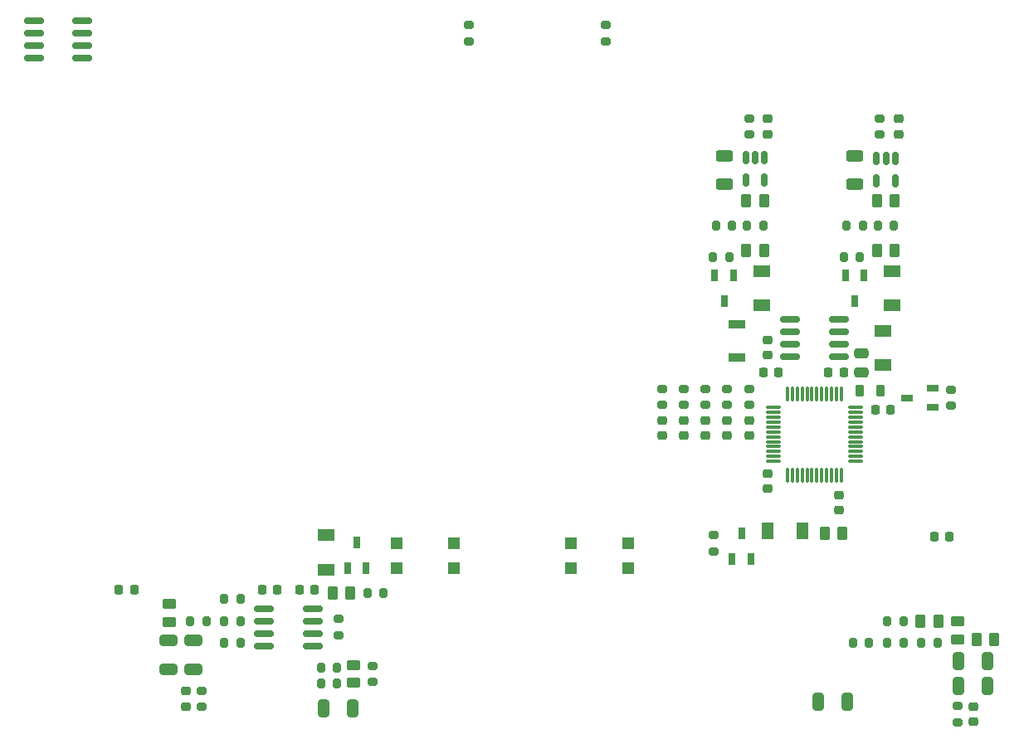
<source format=gbr>
%TF.GenerationSoftware,KiCad,Pcbnew,(6.0.0-0)*%
%TF.CreationDate,2022-01-15T16:46:18+01:00*%
%TF.ProjectId,Power-Supply-2,506f7765-722d-4537-9570-706c792d322e,1*%
%TF.SameCoordinates,Original*%
%TF.FileFunction,Paste,Top*%
%TF.FilePolarity,Positive*%
%FSLAX46Y46*%
G04 Gerber Fmt 4.6, Leading zero omitted, Abs format (unit mm)*
G04 Created by KiCad (PCBNEW (6.0.0-0)) date 2022-01-15 16:46:18*
%MOMM*%
%LPD*%
G01*
G04 APERTURE LIST*
G04 Aperture macros list*
%AMRoundRect*
0 Rectangle with rounded corners*
0 $1 Rounding radius*
0 $2 $3 $4 $5 $6 $7 $8 $9 X,Y pos of 4 corners*
0 Add a 4 corners polygon primitive as box body*
4,1,4,$2,$3,$4,$5,$6,$7,$8,$9,$2,$3,0*
0 Add four circle primitives for the rounded corners*
1,1,$1+$1,$2,$3*
1,1,$1+$1,$4,$5*
1,1,$1+$1,$6,$7*
1,1,$1+$1,$8,$9*
0 Add four rect primitives between the rounded corners*
20,1,$1+$1,$2,$3,$4,$5,0*
20,1,$1+$1,$4,$5,$6,$7,0*
20,1,$1+$1,$6,$7,$8,$9,0*
20,1,$1+$1,$8,$9,$2,$3,0*%
G04 Aperture macros list end*
%ADD10RoundRect,0.200000X-0.200000X-0.275000X0.200000X-0.275000X0.200000X0.275000X-0.200000X0.275000X0*%
%ADD11RoundRect,0.200000X0.200000X0.275000X-0.200000X0.275000X-0.200000X-0.275000X0.200000X-0.275000X0*%
%ADD12RoundRect,0.200000X0.275000X-0.200000X0.275000X0.200000X-0.275000X0.200000X-0.275000X-0.200000X0*%
%ADD13RoundRect,0.225000X-0.250000X0.225000X-0.250000X-0.225000X0.250000X-0.225000X0.250000X0.225000X0*%
%ADD14RoundRect,0.225000X0.250000X-0.225000X0.250000X0.225000X-0.250000X0.225000X-0.250000X-0.225000X0*%
%ADD15RoundRect,0.200000X-0.275000X0.200000X-0.275000X-0.200000X0.275000X-0.200000X0.275000X0.200000X0*%
%ADD16RoundRect,0.225000X-0.225000X-0.250000X0.225000X-0.250000X0.225000X0.250000X-0.225000X0.250000X0*%
%ADD17RoundRect,0.225000X0.225000X0.250000X-0.225000X0.250000X-0.225000X-0.250000X0.225000X-0.250000X0*%
%ADD18RoundRect,0.218750X0.256250X-0.218750X0.256250X0.218750X-0.256250X0.218750X-0.256250X-0.218750X0*%
%ADD19RoundRect,0.250000X-0.650000X0.325000X-0.650000X-0.325000X0.650000X-0.325000X0.650000X0.325000X0*%
%ADD20RoundRect,0.250000X-0.450000X0.262500X-0.450000X-0.262500X0.450000X-0.262500X0.450000X0.262500X0*%
%ADD21RoundRect,0.250000X-0.262500X-0.450000X0.262500X-0.450000X0.262500X0.450000X-0.262500X0.450000X0*%
%ADD22RoundRect,0.075000X-0.075000X0.662500X-0.075000X-0.662500X0.075000X-0.662500X0.075000X0.662500X0*%
%ADD23RoundRect,0.075000X-0.662500X0.075000X-0.662500X-0.075000X0.662500X-0.075000X0.662500X0.075000X0*%
%ADD24RoundRect,0.250000X-0.325000X-0.650000X0.325000X-0.650000X0.325000X0.650000X-0.325000X0.650000X0*%
%ADD25RoundRect,0.250000X0.325000X0.650000X-0.325000X0.650000X-0.325000X-0.650000X0.325000X-0.650000X0*%
%ADD26R,1.700000X1.300000*%
%ADD27R,1.300000X1.700000*%
%ADD28RoundRect,0.250000X0.262500X0.450000X-0.262500X0.450000X-0.262500X-0.450000X0.262500X-0.450000X0*%
%ADD29RoundRect,0.150000X-0.825000X-0.150000X0.825000X-0.150000X0.825000X0.150000X-0.825000X0.150000X0*%
%ADD30R,0.650000X1.220000*%
%ADD31R,1.200000X1.200000*%
%ADD32RoundRect,0.150000X-0.150000X0.512500X-0.150000X-0.512500X0.150000X-0.512500X0.150000X0.512500X0*%
%ADD33R,1.220000X0.650000*%
%ADD34RoundRect,0.250000X0.475000X-0.250000X0.475000X0.250000X-0.475000X0.250000X-0.475000X-0.250000X0*%
%ADD35R,1.700000X0.900000*%
%ADD36RoundRect,0.250000X0.625000X-0.312500X0.625000X0.312500X-0.625000X0.312500X-0.625000X-0.312500X0*%
%ADD37RoundRect,0.150000X0.825000X0.150000X-0.825000X0.150000X-0.825000X-0.150000X0.825000X-0.150000X0*%
%ADD38RoundRect,0.218750X-0.218750X-0.381250X0.218750X-0.381250X0.218750X0.381250X-0.218750X0.381250X0*%
G04 APERTURE END LIST*
D10*
%TO.C,R45*%
X173622500Y-132067500D03*
X175272500Y-132067500D03*
%TD*%
D11*
%TO.C,R35*%
X228612500Y-88570000D03*
X226962500Y-88570000D03*
%TD*%
%TO.C,R24*%
X215595000Y-85395000D03*
X213945000Y-85395000D03*
%TD*%
%TO.C,R40*%
X215277500Y-88570000D03*
X213627500Y-88570000D03*
%TD*%
%TO.C,R33*%
X228930000Y-85395000D03*
X227280000Y-85395000D03*
%TD*%
%TO.C,R32*%
X232105000Y-85395000D03*
X230455000Y-85395000D03*
%TD*%
D12*
%TO.C,R30*%
X230645000Y-76060000D03*
X230645000Y-74410000D03*
%TD*%
D11*
%TO.C,R21*%
X218770000Y-85395000D03*
X217120000Y-85395000D03*
%TD*%
D12*
%TO.C,R19*%
X217310000Y-76060000D03*
X217310000Y-74410000D03*
%TD*%
D13*
%TO.C,C29*%
X219215000Y-97002500D03*
X219215000Y-98552500D03*
%TD*%
D14*
%TO.C,C28*%
X232550000Y-76010000D03*
X232550000Y-74460000D03*
%TD*%
%TO.C,C11*%
X219215000Y-76010000D03*
X219215000Y-74460000D03*
%TD*%
%TO.C,C8*%
X159842500Y-134430000D03*
X159842500Y-132880000D03*
%TD*%
D15*
%TO.C,R28*%
X175400000Y-125527500D03*
X175400000Y-127177500D03*
%TD*%
D10*
%TO.C,R27*%
X163780000Y-123495000D03*
X165430000Y-123495000D03*
%TD*%
%TO.C,R25*%
X163780000Y-125717500D03*
X165430000Y-125717500D03*
%TD*%
%TO.C,R23*%
X178385000Y-122860000D03*
X180035000Y-122860000D03*
%TD*%
%TO.C,R18*%
X163780000Y-127940000D03*
X165430000Y-127940000D03*
%TD*%
D12*
%TO.C,R17*%
X161430000Y-132830000D03*
X161430000Y-134480000D03*
%TD*%
D10*
%TO.C,R12*%
X160287500Y-125717500D03*
X161937500Y-125717500D03*
%TD*%
D12*
%TO.C,R10*%
X178892500Y-131940000D03*
X178892500Y-130290000D03*
%TD*%
D11*
%TO.C,R8*%
X175272500Y-130480000D03*
X173622500Y-130480000D03*
%TD*%
D16*
%TO.C,C22*%
X167640000Y-122542500D03*
X169190000Y-122542500D03*
%TD*%
%TO.C,C21*%
X171450000Y-122542500D03*
X173000000Y-122542500D03*
%TD*%
D17*
%TO.C,C20*%
X154585000Y-122542500D03*
X153035000Y-122542500D03*
%TD*%
D12*
%TO.C,R16*%
X213692500Y-118605000D03*
X213692500Y-116955000D03*
%TD*%
D11*
%TO.C,R11*%
X233057500Y-125717500D03*
X231407500Y-125717500D03*
%TD*%
%TO.C,R6*%
X233057500Y-127940000D03*
X231407500Y-127940000D03*
%TD*%
D12*
%TO.C,R4*%
X238582500Y-136067500D03*
X238582500Y-134417500D03*
%TD*%
D10*
%TO.C,R3*%
X227915000Y-127940000D03*
X229565000Y-127940000D03*
%TD*%
D11*
%TO.C,R2*%
X236550000Y-127940000D03*
X234900000Y-127940000D03*
%TD*%
D16*
%TO.C,C19*%
X236220000Y-117145000D03*
X237770000Y-117145000D03*
%TD*%
D14*
%TO.C,C4*%
X240170000Y-136017500D03*
X240170000Y-134467500D03*
%TD*%
D15*
%TO.C,R38*%
X237947500Y-102110000D03*
X237947500Y-103760000D03*
%TD*%
%TO.C,R44*%
X215087500Y-102032500D03*
X215087500Y-103682500D03*
%TD*%
%TO.C,R43*%
X217310000Y-102032500D03*
X217310000Y-103682500D03*
%TD*%
%TO.C,R42*%
X212865000Y-102032500D03*
X212865000Y-103682500D03*
%TD*%
%TO.C,R41*%
X210642500Y-102032500D03*
X210642500Y-103682500D03*
%TD*%
%TO.C,R39*%
X188735000Y-64885000D03*
X188735000Y-66535000D03*
%TD*%
%TO.C,R36*%
X202705000Y-64885000D03*
X202705000Y-66535000D03*
%TD*%
%TO.C,R14*%
X208420000Y-102032500D03*
X208420000Y-103682500D03*
%TD*%
D18*
%TO.C,D11*%
X215087500Y-106820000D03*
X215087500Y-105245000D03*
%TD*%
%TO.C,D10*%
X217310000Y-106820000D03*
X217310000Y-105245000D03*
%TD*%
%TO.C,D9*%
X212865000Y-106820000D03*
X212865000Y-105245000D03*
%TD*%
%TO.C,D8*%
X210642500Y-106820000D03*
X210642500Y-105245000D03*
%TD*%
%TO.C,D7*%
X208420000Y-106820000D03*
X208420000Y-105245000D03*
%TD*%
D19*
%TO.C,C6*%
X158090000Y-127735000D03*
X158090000Y-130685000D03*
%TD*%
D20*
%TO.C,R1*%
X238582500Y-125757500D03*
X238582500Y-127582500D03*
%TD*%
D21*
%TO.C,R5*%
X240527500Y-127622500D03*
X242352500Y-127622500D03*
%TD*%
D22*
%TO.C,U2*%
X226727500Y-102505000D03*
X226227500Y-102505000D03*
X225727500Y-102505000D03*
X225227500Y-102505000D03*
X224727500Y-102505000D03*
X224227500Y-102505000D03*
X223727500Y-102505000D03*
X223227500Y-102505000D03*
X222727500Y-102505000D03*
X222227500Y-102505000D03*
X221727500Y-102505000D03*
X221227500Y-102505000D03*
D23*
X219815000Y-103917500D03*
X219815000Y-104417500D03*
X219815000Y-104917500D03*
X219815000Y-105417500D03*
X219815000Y-105917500D03*
X219815000Y-106417500D03*
X219815000Y-106917500D03*
X219815000Y-107417500D03*
X219815000Y-107917500D03*
X219815000Y-108417500D03*
X219815000Y-108917500D03*
X219815000Y-109417500D03*
D22*
X221227500Y-110830000D03*
X221727500Y-110830000D03*
X222227500Y-110830000D03*
X222727500Y-110830000D03*
X223227500Y-110830000D03*
X223727500Y-110830000D03*
X224227500Y-110830000D03*
X224727500Y-110830000D03*
X225227500Y-110830000D03*
X225727500Y-110830000D03*
X226227500Y-110830000D03*
X226727500Y-110830000D03*
D23*
X228140000Y-109417500D03*
X228140000Y-108917500D03*
X228140000Y-108417500D03*
X228140000Y-107917500D03*
X228140000Y-107417500D03*
X228140000Y-106917500D03*
X228140000Y-106417500D03*
X228140000Y-105917500D03*
X228140000Y-105417500D03*
X228140000Y-104917500D03*
X228140000Y-104417500D03*
X228140000Y-103917500D03*
%TD*%
D24*
%TO.C,C1*%
X238695000Y-129845000D03*
X241645000Y-129845000D03*
%TD*%
D20*
%TO.C,R7*%
X158128000Y-123979500D03*
X158128000Y-125804500D03*
%TD*%
D25*
%TO.C,C7*%
X176875000Y-134607500D03*
X173925000Y-134607500D03*
%TD*%
D24*
%TO.C,C3*%
X224407500Y-133972500D03*
X227357500Y-133972500D03*
%TD*%
D26*
%TO.C,D2*%
X174130000Y-120482500D03*
X174130000Y-116982500D03*
%TD*%
%TO.C,D3*%
X231915000Y-89995000D03*
X231915000Y-93495000D03*
%TD*%
D24*
%TO.C,C2*%
X238695000Y-132385000D03*
X241645000Y-132385000D03*
%TD*%
D27*
%TO.C,D1*%
X222745000Y-116510000D03*
X219245000Y-116510000D03*
%TD*%
D19*
%TO.C,C5*%
X160630000Y-127735000D03*
X160630000Y-130685000D03*
%TD*%
D28*
%TO.C,R31*%
X232192500Y-82855000D03*
X230367500Y-82855000D03*
%TD*%
D29*
%TO.C,U6*%
X144350000Y-64440000D03*
X144350000Y-65710000D03*
X144350000Y-66980000D03*
X144350000Y-68250000D03*
X149300000Y-68250000D03*
X149300000Y-66980000D03*
X149300000Y-65710000D03*
X149300000Y-64440000D03*
%TD*%
D26*
%TO.C,D4*%
X218580000Y-89995000D03*
X218580000Y-93495000D03*
%TD*%
%TO.C,D12*%
X230962500Y-99605000D03*
X230962500Y-96105000D03*
%TD*%
D30*
%TO.C,Q2*%
X176355000Y-120360000D03*
X178255000Y-120360000D03*
X177305000Y-117740000D03*
%TD*%
D16*
%TO.C,C30*%
X218757500Y-100317500D03*
X220307500Y-100317500D03*
%TD*%
D31*
%TO.C,D6*%
X187240000Y-120300000D03*
X181340000Y-120300000D03*
X181340000Y-117800000D03*
X187240000Y-117800000D03*
%TD*%
D14*
%TO.C,C31*%
X219215000Y-112205000D03*
X219215000Y-110655000D03*
%TD*%
D28*
%TO.C,R9*%
X236637500Y-125717500D03*
X234812500Y-125717500D03*
%TD*%
D31*
%TO.C,D5*%
X205020000Y-120300000D03*
X199120000Y-120300000D03*
X199120000Y-117800000D03*
X205020000Y-117800000D03*
%TD*%
D17*
%TO.C,C33*%
X226975000Y-100317500D03*
X225425000Y-100317500D03*
%TD*%
D28*
%TO.C,R34*%
X232192500Y-87935000D03*
X230367500Y-87935000D03*
%TD*%
D32*
%TO.C,U9*%
X232230000Y-78542500D03*
X231280000Y-78542500D03*
X230330000Y-78542500D03*
X230330000Y-80817500D03*
X232230000Y-80817500D03*
%TD*%
D33*
%TO.C,Q4*%
X236082500Y-103885000D03*
X236082500Y-101985000D03*
X233462500Y-102935000D03*
%TD*%
D34*
%TO.C,C34*%
X228740000Y-100315000D03*
X228740000Y-98415000D03*
%TD*%
D21*
%TO.C,R15*%
X225035500Y-116764000D03*
X226860500Y-116764000D03*
%TD*%
D28*
%TO.C,R20*%
X218857500Y-82855000D03*
X217032500Y-82855000D03*
%TD*%
D29*
%TO.C,U7*%
X167845000Y-124447500D03*
X167845000Y-125717500D03*
X167845000Y-126987500D03*
X167845000Y-128257500D03*
X172795000Y-128257500D03*
X172795000Y-126987500D03*
X172795000Y-125717500D03*
X172795000Y-124447500D03*
%TD*%
D14*
%TO.C,C32*%
X226517500Y-114427500D03*
X226517500Y-112877500D03*
%TD*%
D28*
%TO.C,R37*%
X218857500Y-87935000D03*
X217032500Y-87935000D03*
%TD*%
D35*
%TO.C,SW1*%
X216040000Y-95442500D03*
X216040000Y-98842500D03*
%TD*%
D30*
%TO.C,Q5*%
X215720000Y-90435000D03*
X213820000Y-90435000D03*
X214770000Y-93055000D03*
%TD*%
D32*
%TO.C,U5*%
X218895000Y-78410000D03*
X217945000Y-78410000D03*
X216995000Y-78410000D03*
X216995000Y-80685000D03*
X218895000Y-80685000D03*
%TD*%
D30*
%TO.C,Q3*%
X229055000Y-90435000D03*
X227155000Y-90435000D03*
X228105000Y-93055000D03*
%TD*%
D36*
%TO.C,R29*%
X228105000Y-81142500D03*
X228105000Y-78217500D03*
%TD*%
D17*
%TO.C,C12*%
X231737500Y-104127500D03*
X230187500Y-104127500D03*
%TD*%
D37*
%TO.C,U10*%
X226452500Y-98730000D03*
X226452500Y-97460000D03*
X226452500Y-96190000D03*
X226452500Y-94920000D03*
X221502500Y-94920000D03*
X221502500Y-96190000D03*
X221502500Y-97460000D03*
X221502500Y-98730000D03*
%TD*%
D21*
%TO.C,R22*%
X174805000Y-122860000D03*
X176630000Y-122860000D03*
%TD*%
D36*
%TO.C,R13*%
X214770000Y-81142500D03*
X214770000Y-78217500D03*
%TD*%
D30*
%TO.C,Q1*%
X215600000Y-119407500D03*
X217500000Y-119407500D03*
X216550000Y-116787500D03*
%TD*%
D38*
%TO.C,L5*%
X228630000Y-102222500D03*
X230755000Y-102222500D03*
%TD*%
D20*
%TO.C,R26*%
X176987500Y-130202500D03*
X176987500Y-132027500D03*
%TD*%
M02*

</source>
